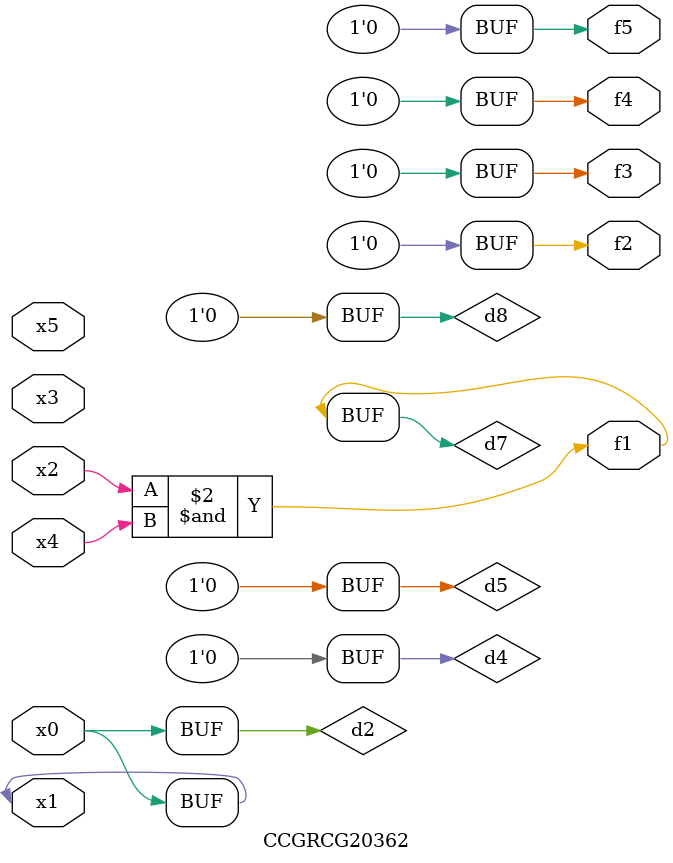
<source format=v>
module CCGRCG20362(
	input x0, x1, x2, x3, x4, x5,
	output f1, f2, f3, f4, f5
);

	wire d1, d2, d3, d4, d5, d6, d7, d8, d9;

	nand (d1, x1);
	buf (d2, x0, x1);
	nand (d3, x2, x4);
	and (d4, d1, d2);
	and (d5, d1, d2);
	nand (d6, d1, d3);
	not (d7, d3);
	xor (d8, d5);
	nor (d9, d5, d6);
	assign f1 = d7;
	assign f2 = d8;
	assign f3 = d8;
	assign f4 = d8;
	assign f5 = d8;
endmodule

</source>
